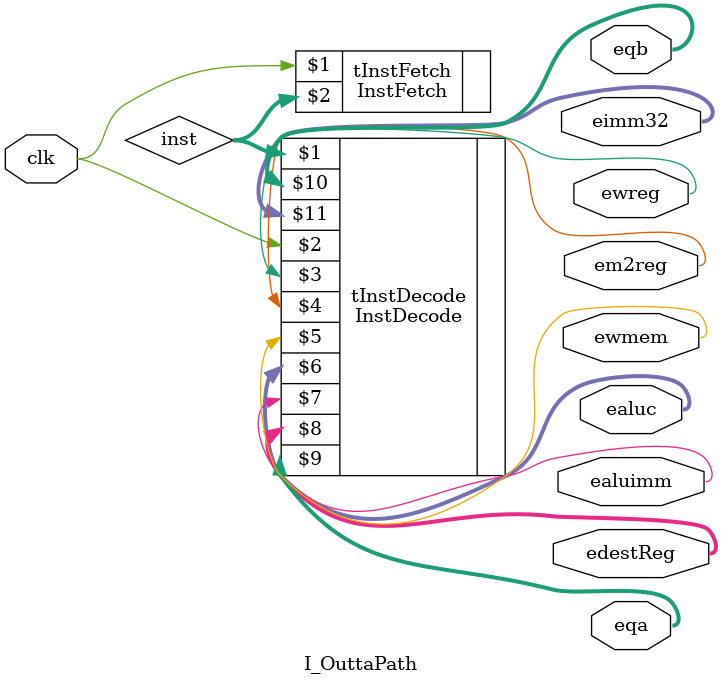
<source format=v>
`timescale 1ns / 1ps


module I_OuttaPath(
    input clk,

    output ewreg,
    output em2reg,
    output ewmem,
    output [3:0] ealuc,
    output ealuimm,
    output [4:0] edestReg,
    output [31:0] eqa,
    output [31:0] eqb,
    output [31:0] eimm32
);

    wire [31:0] inst;

    InstFetch tInstFetch(clk, inst);
    InstDecode tInstDecode(inst, clk, ewreg, em2reg, ewmem, ealuc, ealuimm, edestReg, eqa, eqb, eimm32);
endmodule


</source>
